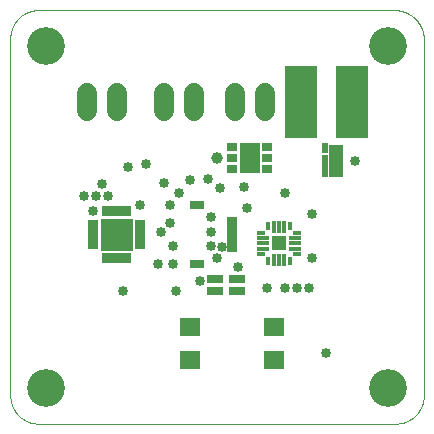
<source format=gts>
G04 EAGLE Gerber RS-274X export*
G75*
%MOMM*%
%FSLAX35Y35*%
%LPD*%
%INsolder_mask_top*%
%IPPOS*%
%AMOC8*
5,1,8,0,0,1.08239X$1,22.5*%
G01*
%ADD10C,0.000000*%
%ADD11R,1.703200X2.503200*%
%ADD12R,0.913200X0.663200*%
%ADD13R,2.703200X2.703200*%
%ADD14R,0.503200X0.953200*%
%ADD15R,0.953200X0.503200*%
%ADD16R,2.703200X6.203200*%
%ADD17R,1.153200X2.703200*%
%ADD18R,0.503200X1.973200*%
%ADD19R,0.503200X0.853200*%
%ADD20C,1.703200*%
%ADD21R,1.303200X1.303200*%
%ADD22R,0.453200X1.003200*%
%ADD23R,1.003200X0.453200*%
%ADD24R,0.753200X0.453200*%
%ADD25R,0.453200X0.753200*%
%ADD26R,1.403200X0.803200*%
%ADD27R,0.903200X0.503200*%
%ADD28R,1.203200X0.803200*%
%ADD29R,1.803200X1.603200*%
%ADD30C,3.203200*%
%ADD31C,0.853200*%
%ADD32C,1.003200*%


D10*
X250000Y0D02*
X3250000Y0D01*
X3500000Y225000D02*
X3500000Y3275000D01*
X3225000Y3500000D02*
X250000Y3500000D01*
X0Y3275000D02*
X0Y225000D01*
X0Y3275000D02*
X371Y3280735D01*
X881Y3286460D01*
X1529Y3292170D01*
X2315Y3297864D01*
X3238Y3303536D01*
X4298Y3309185D01*
X5494Y3314806D01*
X6826Y3320397D01*
X8292Y3325954D01*
X9892Y3331474D01*
X11626Y3336954D01*
X13491Y3342390D01*
X15487Y3347780D01*
X17612Y3353120D01*
X19866Y3358406D01*
X22247Y3363637D01*
X24754Y3368809D01*
X27385Y3373919D01*
X30138Y3378963D01*
X33013Y3383940D01*
X36007Y3388846D01*
X39119Y3393678D01*
X42347Y3398433D01*
X45688Y3403109D01*
X49142Y3407703D01*
X52706Y3412212D01*
X56377Y3416633D01*
X60154Y3420965D01*
X64035Y3425204D01*
X68018Y3429348D01*
X72099Y3433395D01*
X76276Y3437342D01*
X80548Y3441186D01*
X84912Y3444927D01*
X89365Y3448561D01*
X93904Y3452086D01*
X98527Y3455500D01*
X103231Y3458802D01*
X108014Y3461989D01*
X112872Y3465060D01*
X117803Y3468012D01*
X122804Y3470844D01*
X127872Y3473555D01*
X133003Y3476142D01*
X138196Y3478605D01*
X143447Y3480942D01*
X148753Y3483150D01*
X154111Y3485230D01*
X159517Y3487180D01*
X164969Y3488999D01*
X170463Y3490686D01*
X175997Y3492239D01*
X181566Y3493658D01*
X187168Y3494942D01*
X192799Y3496090D01*
X198457Y3497102D01*
X204137Y3497977D01*
X209837Y3498715D01*
X215553Y3499314D01*
X221281Y3499775D01*
X227020Y3500098D01*
X232764Y3500282D01*
X238511Y3500327D01*
X244257Y3500233D01*
X250000Y3500000D01*
X3225000Y3500000D02*
X3231143Y3500538D01*
X3237297Y3500926D01*
X3243459Y3501162D01*
X3249625Y3501247D01*
X3255791Y3501180D01*
X3261953Y3500962D01*
X3268109Y3500594D01*
X3274253Y3500074D01*
X3280383Y3499403D01*
X3286494Y3498582D01*
X3292584Y3497612D01*
X3298648Y3496492D01*
X3304682Y3495224D01*
X3310684Y3493808D01*
X3316649Y3492246D01*
X3322574Y3490537D01*
X3328455Y3488684D01*
X3334289Y3486686D01*
X3340072Y3484546D01*
X3345801Y3482265D01*
X3351472Y3479844D01*
X3357083Y3477285D01*
X3362628Y3474588D01*
X3368106Y3471757D01*
X3373512Y3468792D01*
X3378845Y3465694D01*
X3384099Y3462467D01*
X3389273Y3459113D01*
X3394363Y3455632D01*
X3399366Y3452027D01*
X3404279Y3448300D01*
X3409099Y3444454D01*
X3413823Y3440491D01*
X3418449Y3436414D01*
X3422973Y3432224D01*
X3427393Y3427924D01*
X3431706Y3423517D01*
X3435909Y3419005D01*
X3440001Y3414392D01*
X3443978Y3409679D01*
X3447839Y3404871D01*
X3451580Y3399969D01*
X3455199Y3394977D01*
X3458695Y3389897D01*
X3462066Y3384733D01*
X3465309Y3379489D01*
X3468422Y3374166D01*
X3471403Y3368768D01*
X3474251Y3363299D01*
X3476964Y3357761D01*
X3479540Y3352159D01*
X3481978Y3346495D01*
X3484276Y3340773D01*
X3486433Y3334996D01*
X3488448Y3329168D01*
X3490319Y3323292D01*
X3492045Y3317372D01*
X3493626Y3311412D01*
X3495060Y3305415D01*
X3496346Y3299384D01*
X3497484Y3293323D01*
X3498472Y3287237D01*
X3499311Y3281128D01*
X3500000Y3275000D01*
X3500000Y225000D02*
X3499629Y219265D01*
X3499119Y213540D01*
X3498471Y207830D01*
X3497685Y202136D01*
X3496762Y196464D01*
X3495702Y190815D01*
X3494506Y185194D01*
X3493174Y179603D01*
X3491708Y174046D01*
X3490108Y168526D01*
X3488374Y163046D01*
X3486509Y157610D01*
X3484513Y152220D01*
X3482388Y146880D01*
X3480134Y141594D01*
X3477753Y136363D01*
X3475246Y131191D01*
X3472615Y126081D01*
X3469862Y121037D01*
X3466987Y116060D01*
X3463993Y111154D01*
X3460881Y106322D01*
X3457653Y101567D01*
X3454312Y96891D01*
X3450858Y92297D01*
X3447294Y87788D01*
X3443623Y83367D01*
X3439846Y79035D01*
X3435965Y74796D01*
X3431982Y70652D01*
X3427901Y66605D01*
X3423724Y62658D01*
X3419452Y58814D01*
X3415088Y55073D01*
X3410635Y51439D01*
X3406096Y47914D01*
X3401473Y44500D01*
X3396769Y41198D01*
X3391986Y38011D01*
X3387128Y34940D01*
X3382197Y31988D01*
X3377196Y29156D01*
X3372128Y26445D01*
X3366997Y23858D01*
X3361804Y21395D01*
X3356553Y19058D01*
X3351247Y16850D01*
X3345889Y14770D01*
X3340483Y12820D01*
X3335031Y11001D01*
X3329537Y9314D01*
X3324003Y7761D01*
X3318434Y6342D01*
X3312832Y5058D01*
X3307201Y3910D01*
X3301543Y2898D01*
X3295863Y2023D01*
X3290163Y1285D01*
X3284447Y686D01*
X3278719Y225D01*
X3272980Y-98D01*
X3267236Y-282D01*
X3261489Y-327D01*
X3255743Y-233D01*
X3250000Y0D01*
X250000Y0D02*
X244257Y-233D01*
X238511Y-327D01*
X232764Y-282D01*
X227020Y-98D01*
X221281Y225D01*
X215553Y686D01*
X209837Y1285D01*
X204137Y2023D01*
X198457Y2898D01*
X192799Y3910D01*
X187168Y5058D01*
X181566Y6342D01*
X175997Y7761D01*
X170463Y9314D01*
X164969Y11001D01*
X159517Y12820D01*
X154111Y14770D01*
X148753Y16850D01*
X143447Y19058D01*
X138196Y21395D01*
X133003Y23858D01*
X127872Y26445D01*
X122804Y29156D01*
X117803Y31988D01*
X112872Y34940D01*
X108014Y38011D01*
X103231Y41198D01*
X98527Y44500D01*
X93904Y47914D01*
X89365Y51439D01*
X84912Y55073D01*
X80548Y58814D01*
X76276Y62658D01*
X72099Y66605D01*
X68018Y70652D01*
X64035Y74796D01*
X60154Y79035D01*
X56377Y83367D01*
X52706Y87788D01*
X49142Y92297D01*
X45688Y96891D01*
X42347Y101567D01*
X39119Y106322D01*
X36007Y111154D01*
X33013Y116060D01*
X30138Y121037D01*
X27385Y126081D01*
X24754Y131191D01*
X22247Y136363D01*
X19866Y141594D01*
X17612Y146880D01*
X15487Y152220D01*
X13491Y157610D01*
X11626Y163046D01*
X9892Y168526D01*
X8292Y174046D01*
X6826Y179603D01*
X5494Y185194D01*
X4298Y190815D01*
X3238Y196464D01*
X2315Y202136D01*
X1529Y207830D01*
X881Y213540D01*
X371Y219265D01*
X0Y225000D01*
X3225000Y3500000D02*
X3231143Y3500538D01*
X3237297Y3500926D01*
X3243459Y3501162D01*
X3249625Y3501247D01*
X3255791Y3501180D01*
X3261953Y3500962D01*
X3268109Y3500594D01*
X3274253Y3500074D01*
X3280383Y3499403D01*
X3286494Y3498582D01*
X3292584Y3497612D01*
X3298648Y3496492D01*
X3304682Y3495224D01*
X3310684Y3493808D01*
X3316649Y3492246D01*
X3322574Y3490537D01*
X3328455Y3488684D01*
X3334289Y3486686D01*
X3340072Y3484546D01*
X3345801Y3482265D01*
X3351472Y3479844D01*
X3357083Y3477285D01*
X3362628Y3474588D01*
X3368106Y3471757D01*
X3373512Y3468792D01*
X3378845Y3465694D01*
X3384099Y3462467D01*
X3389273Y3459113D01*
X3394363Y3455632D01*
X3399366Y3452027D01*
X3404279Y3448300D01*
X3409099Y3444454D01*
X3413823Y3440491D01*
X3418449Y3436414D01*
X3422973Y3432224D01*
X3427393Y3427924D01*
X3431706Y3423517D01*
X3435909Y3419005D01*
X3440001Y3414392D01*
X3443978Y3409679D01*
X3447839Y3404871D01*
X3451580Y3399969D01*
X3455199Y3394977D01*
X3458695Y3389897D01*
X3462066Y3384733D01*
X3465309Y3379489D01*
X3468422Y3374166D01*
X3471403Y3368768D01*
X3474251Y3363299D01*
X3476964Y3357761D01*
X3479540Y3352159D01*
X3481978Y3346495D01*
X3484276Y3340773D01*
X3486433Y3334996D01*
X3488448Y3329168D01*
X3490319Y3323292D01*
X3492045Y3317372D01*
X3493626Y3311412D01*
X3495060Y3305415D01*
X3496346Y3299384D01*
X3497484Y3293323D01*
X3498472Y3287237D01*
X3499311Y3281128D01*
X3500000Y3275000D01*
X3500000Y225000D02*
X3499629Y219265D01*
X3499119Y213540D01*
X3498471Y207830D01*
X3497685Y202136D01*
X3496762Y196464D01*
X3495702Y190815D01*
X3494506Y185194D01*
X3493174Y179603D01*
X3491708Y174046D01*
X3490108Y168526D01*
X3488374Y163046D01*
X3486509Y157610D01*
X3484513Y152220D01*
X3482388Y146880D01*
X3480134Y141594D01*
X3477753Y136363D01*
X3475246Y131191D01*
X3472615Y126081D01*
X3469862Y121037D01*
X3466987Y116060D01*
X3463993Y111154D01*
X3460881Y106322D01*
X3457653Y101567D01*
X3454312Y96891D01*
X3450858Y92297D01*
X3447294Y87788D01*
X3443623Y83367D01*
X3439846Y79035D01*
X3435965Y74796D01*
X3431982Y70652D01*
X3427901Y66605D01*
X3423724Y62658D01*
X3419452Y58814D01*
X3415088Y55073D01*
X3410635Y51439D01*
X3406096Y47914D01*
X3401473Y44500D01*
X3396769Y41198D01*
X3391986Y38011D01*
X3387128Y34940D01*
X3382197Y31988D01*
X3377196Y29156D01*
X3372128Y26445D01*
X3366997Y23858D01*
X3361804Y21395D01*
X3356553Y19058D01*
X3351247Y16850D01*
X3345889Y14770D01*
X3340483Y12820D01*
X3335031Y11001D01*
X3329537Y9314D01*
X3324003Y7761D01*
X3318434Y6342D01*
X3312832Y5058D01*
X3307201Y3910D01*
X3301543Y2898D01*
X3295863Y2023D01*
X3290163Y1285D01*
X3284447Y686D01*
X3278719Y225D01*
X3272980Y-98D01*
X3267236Y-282D01*
X3261489Y-327D01*
X3255743Y-233D01*
X3250000Y0D01*
X250000Y0D02*
X244257Y-233D01*
X238511Y-327D01*
X232764Y-282D01*
X227020Y-98D01*
X221281Y225D01*
X215553Y686D01*
X209837Y1285D01*
X204137Y2023D01*
X198457Y2898D01*
X192799Y3910D01*
X187168Y5058D01*
X181566Y6342D01*
X175997Y7761D01*
X170463Y9314D01*
X164969Y11001D01*
X159517Y12820D01*
X154111Y14770D01*
X148753Y16850D01*
X143447Y19058D01*
X138196Y21395D01*
X133003Y23858D01*
X127872Y26445D01*
X122804Y29156D01*
X117803Y31988D01*
X112872Y34940D01*
X108014Y38011D01*
X103231Y41198D01*
X98527Y44500D01*
X93904Y47914D01*
X89365Y51439D01*
X84912Y55073D01*
X80548Y58814D01*
X76276Y62658D01*
X72099Y66605D01*
X68018Y70652D01*
X64035Y74796D01*
X60154Y79035D01*
X56377Y83367D01*
X52706Y87788D01*
X49142Y92297D01*
X45688Y96891D01*
X42347Y101567D01*
X39119Y106322D01*
X36007Y111154D01*
X33013Y116060D01*
X30138Y121037D01*
X27385Y126081D01*
X24754Y131191D01*
X22247Y136363D01*
X19866Y141594D01*
X17612Y146880D01*
X15487Y152220D01*
X13491Y157610D01*
X11626Y163046D01*
X9892Y168526D01*
X8292Y174046D01*
X6826Y179603D01*
X5494Y185194D01*
X4298Y190815D01*
X3238Y196464D01*
X2315Y202136D01*
X1529Y207830D01*
X881Y213540D01*
X371Y219265D01*
X0Y225000D01*
D11*
X2025000Y2250000D03*
D12*
X1877000Y2344000D03*
X1877000Y2250000D03*
X1877000Y2156000D03*
X2173000Y2250000D03*
X2173000Y2155000D03*
X2173000Y2345000D03*
D13*
X900000Y1600000D03*
D14*
X800000Y1800000D03*
X850000Y1800000D03*
X900000Y1800000D03*
X950000Y1800000D03*
X1000000Y1800000D03*
X1000000Y1400000D03*
X950000Y1400000D03*
X900000Y1400000D03*
X850000Y1400000D03*
X800000Y1400000D03*
D15*
X1100000Y1500000D03*
X1100000Y1550000D03*
X1100000Y1600000D03*
X1100000Y1650000D03*
X1100000Y1700000D03*
X700000Y1700000D03*
X700000Y1650000D03*
X700000Y1600000D03*
X700000Y1550000D03*
X700000Y1500000D03*
D16*
X2892500Y2725000D03*
X2462500Y2725000D03*
D17*
X2757560Y2225405D03*
D18*
X2665000Y2178720D03*
D19*
X2665340Y2337610D03*
D20*
X1552000Y2650000D02*
X1552000Y2800000D01*
X1298000Y2800000D02*
X1298000Y2650000D01*
X902000Y2650000D02*
X902000Y2800000D01*
X648000Y2800000D02*
X648000Y2650000D01*
D21*
X2275000Y1525000D03*
D22*
X2230000Y1665000D03*
X2275000Y1665000D03*
X2320000Y1665000D03*
X2230000Y1385000D03*
X2275000Y1385000D03*
X2320000Y1385000D03*
D23*
X2410000Y1480000D03*
X2410000Y1525000D03*
X2410000Y1570000D03*
X2135000Y1480000D03*
X2135000Y1525000D03*
X2135000Y1570000D03*
D24*
X2123000Y1435000D03*
D25*
X2185000Y1373000D03*
X2185000Y1677000D03*
D24*
X2123000Y1615000D03*
D25*
X2365000Y1677000D03*
X2365000Y1373000D03*
D24*
X2423000Y1435000D03*
X2423000Y1615000D03*
D20*
X2152000Y2650000D02*
X2152000Y2800000D01*
X1898000Y2800000D02*
X1898000Y2650000D01*
D26*
X1915000Y1127000D03*
X1915000Y1223000D03*
X1735000Y1223000D03*
X1735000Y1127000D03*
D27*
X1877000Y1575000D03*
X1877000Y1625000D03*
X1877000Y1675000D03*
X1877000Y1525000D03*
X1877000Y1475000D03*
X1877000Y1725000D03*
D28*
X1577000Y1850000D03*
X1577000Y1350000D03*
D29*
X2230600Y814700D03*
X2230600Y535300D03*
X1519400Y535300D03*
X1519400Y814700D03*
D30*
X300000Y3200000D03*
X300000Y300000D03*
X3200000Y300000D03*
X3200000Y3200000D03*
D31*
X700000Y1800000D03*
X2550000Y1775000D03*
X1925000Y1325000D03*
X2000000Y1825000D03*
X1250000Y1350000D03*
X1350000Y1850000D03*
X1100000Y1850000D03*
X2275000Y1525000D03*
X950000Y1125000D03*
X1400000Y1125000D03*
X2325000Y1950000D03*
X1675000Y2075000D03*
X1525000Y2065000D03*
X2675000Y600000D03*
X775000Y2025000D03*
X1000000Y2175000D03*
X1789500Y1497576D03*
X625000Y1925000D03*
D32*
X1750000Y2250000D03*
D31*
X1700000Y1625000D03*
X1700000Y1750000D03*
X1700000Y1500000D03*
X1425000Y1950000D03*
X825000Y1925000D03*
X725000Y1925000D03*
X2917500Y2225000D03*
X1375000Y1350000D03*
X2525000Y1150000D03*
X2425000Y1150000D03*
X1608462Y1208462D03*
X2325000Y1150000D03*
X2175000Y1150000D03*
X1150000Y2200000D03*
X1775000Y1994200D03*
X1977007Y2000800D03*
X1350000Y1700000D03*
X1275000Y1625000D03*
X1375000Y1500000D03*
X2550000Y1400000D03*
X1750000Y1400000D03*
X1300000Y2040000D03*
M02*

</source>
